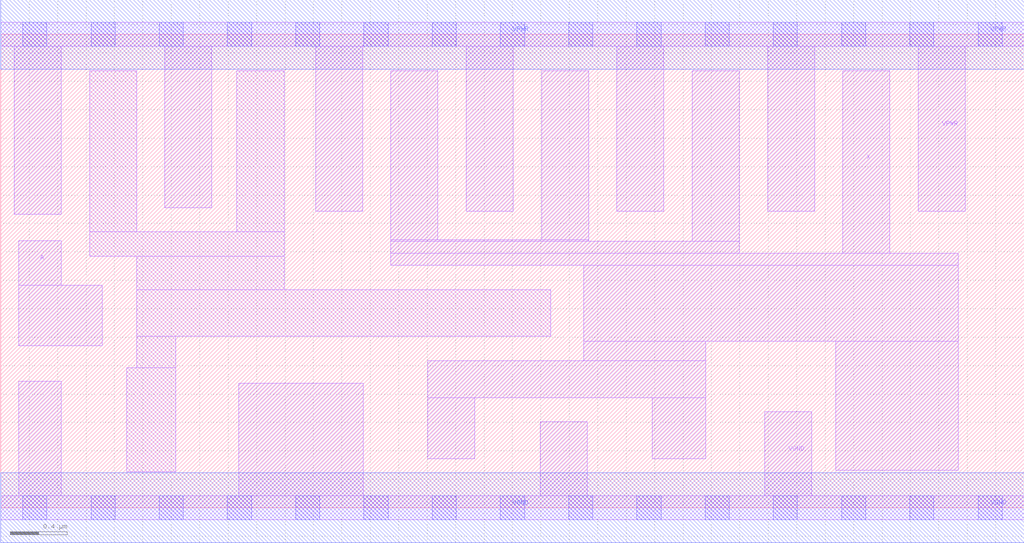
<source format=lef>
# Copyright 2020 The SkyWater PDK Authors
#
# Licensed under the Apache License, Version 2.0 (the "License");
# you may not use this file except in compliance with the License.
# You may obtain a copy of the License at
#
#     https://www.apache.org/licenses/LICENSE-2.0
#
# Unless required by applicable law or agreed to in writing, software
# distributed under the License is distributed on an "AS IS" BASIS,
# WITHOUT WARRANTIES OR CONDITIONS OF ANY KIND, either express or implied.
# See the License for the specific language governing permissions and
# limitations under the License.
#
# SPDX-License-Identifier: Apache-2.0

VERSION 5.7 ;
  NAMESCASESENSITIVE ON ;
  NOWIREEXTENSIONATPIN ON ;
  DIVIDERCHAR "/" ;
  BUSBITCHARS "[]" ;
UNITS
  DATABASE MICRONS 200 ;
END UNITS
MACRO sky130_fd_sc_lp__clkbuflp_8
  CLASS CORE ;
  SOURCE USER ;
  FOREIGN sky130_fd_sc_lp__clkbuflp_8 ;
  ORIGIN  0.000000  0.000000 ;
  SIZE  7.200000 BY  3.330000 ;
  SYMMETRY X Y R90 ;
  SITE unit ;
  PIN A
    ANTENNAGATEAREA  1.384000 ;
    DIRECTION INPUT ;
    USE SIGNAL ;
    PORT
      LAYER li1 ;
        RECT 0.125000 1.140000 0.715000 1.565000 ;
        RECT 0.125000 1.565000 0.425000 1.880000 ;
    END
  END A
  PIN X
    ANTENNADIFFAREA  1.428000 ;
    DIRECTION OUTPUT ;
    USE SIGNAL ;
    PORT
      LAYER li1 ;
        RECT 2.745000 1.705000 6.735000 1.790000 ;
        RECT 2.745000 1.790000 5.195000 1.875000 ;
        RECT 2.745000 1.875000 4.135000 1.885000 ;
        RECT 2.745000 1.885000 3.075000 3.075000 ;
        RECT 3.005000 0.345000 3.335000 0.775000 ;
        RECT 3.005000 0.775000 4.960000 1.035000 ;
        RECT 3.805000 1.885000 4.135000 3.075000 ;
        RECT 4.100000 1.035000 4.960000 1.170000 ;
        RECT 4.100000 1.170000 6.735000 1.705000 ;
        RECT 4.585000 0.345000 4.960000 0.775000 ;
        RECT 4.865000 1.875000 5.195000 3.075000 ;
        RECT 5.875000 0.265000 6.735000 1.170000 ;
        RECT 5.925000 1.790000 6.255000 3.075000 ;
    END
  END X
  PIN VGND
    DIRECTION INOUT ;
    USE GROUND ;
    PORT
      LAYER li1 ;
        RECT 0.000000 -0.085000 7.200000 0.085000 ;
        RECT 0.125000  0.085000 0.425000 0.890000 ;
        RECT 1.675000  0.085000 2.550000 0.875000 ;
        RECT 3.795000  0.085000 4.125000 0.605000 ;
        RECT 5.375000  0.085000 5.705000 0.675000 ;
      LAYER mcon ;
        RECT 0.155000 -0.085000 0.325000 0.085000 ;
        RECT 0.635000 -0.085000 0.805000 0.085000 ;
        RECT 1.115000 -0.085000 1.285000 0.085000 ;
        RECT 1.595000 -0.085000 1.765000 0.085000 ;
        RECT 2.075000 -0.085000 2.245000 0.085000 ;
        RECT 2.555000 -0.085000 2.725000 0.085000 ;
        RECT 3.035000 -0.085000 3.205000 0.085000 ;
        RECT 3.515000 -0.085000 3.685000 0.085000 ;
        RECT 3.995000 -0.085000 4.165000 0.085000 ;
        RECT 4.475000 -0.085000 4.645000 0.085000 ;
        RECT 4.955000 -0.085000 5.125000 0.085000 ;
        RECT 5.435000 -0.085000 5.605000 0.085000 ;
        RECT 5.915000 -0.085000 6.085000 0.085000 ;
        RECT 6.395000 -0.085000 6.565000 0.085000 ;
        RECT 6.875000 -0.085000 7.045000 0.085000 ;
      LAYER met1 ;
        RECT 0.000000 -0.245000 7.200000 0.245000 ;
    END
  END VGND
  PIN VPWR
    DIRECTION INOUT ;
    USE POWER ;
    PORT
      LAYER li1 ;
        RECT 0.000000 3.245000 7.200000 3.415000 ;
        RECT 0.095000 2.065000 0.425000 3.245000 ;
        RECT 1.155000 2.110000 1.485000 3.245000 ;
        RECT 2.215000 2.085000 2.545000 3.245000 ;
        RECT 3.275000 2.085000 3.605000 3.245000 ;
        RECT 4.335000 2.085000 4.665000 3.245000 ;
        RECT 5.395000 2.085000 5.725000 3.245000 ;
        RECT 6.455000 2.085000 6.785000 3.245000 ;
      LAYER mcon ;
        RECT 0.155000 3.245000 0.325000 3.415000 ;
        RECT 0.635000 3.245000 0.805000 3.415000 ;
        RECT 1.115000 3.245000 1.285000 3.415000 ;
        RECT 1.595000 3.245000 1.765000 3.415000 ;
        RECT 2.075000 3.245000 2.245000 3.415000 ;
        RECT 2.555000 3.245000 2.725000 3.415000 ;
        RECT 3.035000 3.245000 3.205000 3.415000 ;
        RECT 3.515000 3.245000 3.685000 3.415000 ;
        RECT 3.995000 3.245000 4.165000 3.415000 ;
        RECT 4.475000 3.245000 4.645000 3.415000 ;
        RECT 4.955000 3.245000 5.125000 3.415000 ;
        RECT 5.435000 3.245000 5.605000 3.415000 ;
        RECT 5.915000 3.245000 6.085000 3.415000 ;
        RECT 6.395000 3.245000 6.565000 3.415000 ;
        RECT 6.875000 3.245000 7.045000 3.415000 ;
      LAYER met1 ;
        RECT 0.000000 3.085000 7.200000 3.575000 ;
    END
  END VPWR
  OBS
    LAYER li1 ;
      RECT 0.625000 1.770000 1.995000 1.940000 ;
      RECT 0.625000 1.940000 0.955000 3.075000 ;
      RECT 0.885000 0.255000 1.230000 0.985000 ;
      RECT 0.955000 0.985000 1.230000 1.205000 ;
      RECT 0.955000 1.205000 3.870000 1.535000 ;
      RECT 0.955000 1.535000 1.995000 1.770000 ;
      RECT 1.660000 1.940000 1.995000 3.075000 ;
  END
END sky130_fd_sc_lp__clkbuflp_8

</source>
